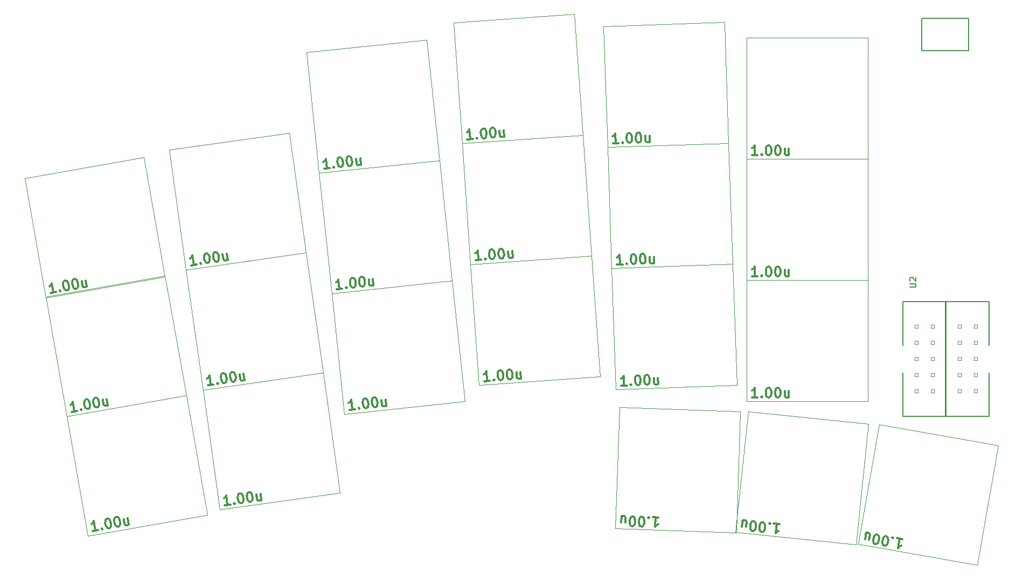
<source format=gbr>
%TF.GenerationSoftware,KiCad,Pcbnew,(6.0.0-0)*%
%TF.CreationDate,2022-01-29T19:54:47+07:00*%
%TF.ProjectId,kibod-01-mirrored,6b69626f-642d-4303-912d-6d6972726f72,rev?*%
%TF.SameCoordinates,Original*%
%TF.FileFunction,OtherDrawing,Comment*%
%FSLAX46Y46*%
G04 Gerber Fmt 4.6, Leading zero omitted, Abs format (unit mm)*
G04 Created by KiCad (PCBNEW (6.0.0-0)) date 2022-01-29 19:54:47*
%MOMM*%
%LPD*%
G01*
G04 APERTURE LIST*
%ADD10C,0.304800*%
%ADD11C,0.150000*%
%ADD12C,0.100000*%
%ADD13C,0.066040*%
%ADD14C,0.203200*%
%ADD15C,0.200000*%
G04 APERTURE END LIST*
D10*
%TO.C,K-0-0*%
X18818947Y-60066434D02*
X17961320Y-60217657D01*
X18390133Y-60142046D02*
X18125493Y-58641199D01*
X18020361Y-58880809D01*
X17902627Y-59048951D01*
X17772291Y-59145623D01*
X19436963Y-59810079D02*
X19521034Y-59868946D01*
X19462167Y-59953017D01*
X19378096Y-59894150D01*
X19436963Y-59810079D01*
X19462167Y-59953017D01*
X20198092Y-58275744D02*
X20341030Y-58250540D01*
X20496569Y-58296805D01*
X20580640Y-58355672D01*
X20677313Y-58486008D01*
X20799189Y-58759281D01*
X20862199Y-59116626D01*
X20841137Y-59415104D01*
X20794872Y-59570643D01*
X20736005Y-59654714D01*
X20605669Y-59751387D01*
X20462732Y-59776591D01*
X20307192Y-59730325D01*
X20223121Y-59671458D01*
X20126448Y-59541122D01*
X20004572Y-59267849D01*
X19941562Y-58910504D01*
X19962624Y-58612027D01*
X20008889Y-58456487D01*
X20067756Y-58372416D01*
X20198092Y-58275744D01*
X21627470Y-58023706D02*
X21770408Y-57998502D01*
X21925947Y-58044767D01*
X22010018Y-58103634D01*
X22106691Y-58233970D01*
X22228567Y-58507244D01*
X22291577Y-58864588D01*
X22270515Y-59163066D01*
X22224250Y-59318605D01*
X22165383Y-59402676D01*
X22035047Y-59499349D01*
X21892110Y-59524553D01*
X21736570Y-59478287D01*
X21652499Y-59419420D01*
X21555826Y-59289085D01*
X21433950Y-59015811D01*
X21370940Y-58658466D01*
X21392002Y-58359989D01*
X21438267Y-58204449D01*
X21497134Y-58120378D01*
X21627470Y-58023706D01*
X23502406Y-58208941D02*
X23678832Y-59209505D01*
X22859186Y-58322358D02*
X22997806Y-59108516D01*
X23094479Y-59238851D01*
X23250019Y-59285117D01*
X23464426Y-59247311D01*
X23594761Y-59150638D01*
X23653628Y-59066567D01*
%TO.C,K-0-1*%
X40911728Y-55718115D02*
X40049346Y-55839315D01*
X40480537Y-55778715D02*
X40268437Y-54269547D01*
X40155007Y-54505342D01*
X40031477Y-54669273D01*
X39897846Y-54761338D01*
X41538315Y-55483485D02*
X41620280Y-55545250D01*
X41558515Y-55627215D01*
X41476549Y-55565450D01*
X41538315Y-55483485D01*
X41558515Y-55627215D01*
X42352527Y-53976647D02*
X42496258Y-53956447D01*
X42650088Y-54008112D01*
X42732053Y-54069877D01*
X42824118Y-54203508D01*
X42936383Y-54480868D01*
X42986883Y-54840194D01*
X42955418Y-55137755D01*
X42903753Y-55291585D01*
X42841988Y-55373550D01*
X42708357Y-55465616D01*
X42564627Y-55485816D01*
X42410797Y-55434150D01*
X42328831Y-55372385D01*
X42236766Y-55238755D01*
X42124501Y-54961394D01*
X42074001Y-54602068D01*
X42105466Y-54304508D01*
X42157132Y-54150677D01*
X42218897Y-54068712D01*
X42352527Y-53976647D01*
X43789831Y-53774647D02*
X43933561Y-53754447D01*
X44087391Y-53806112D01*
X44169356Y-53867878D01*
X44261422Y-54001508D01*
X44373687Y-54278869D01*
X44424187Y-54638194D01*
X44392721Y-54935755D01*
X44341056Y-55089585D01*
X44279291Y-55171551D01*
X44145661Y-55263616D01*
X44001930Y-55283816D01*
X43848100Y-55232151D01*
X43766135Y-55170385D01*
X43674070Y-55036755D01*
X43561805Y-54759394D01*
X43511305Y-54400068D01*
X43542770Y-54102508D01*
X43594435Y-53948678D01*
X43656200Y-53866712D01*
X43789831Y-53774647D01*
X45657160Y-54025204D02*
X45798560Y-55031316D01*
X45010373Y-54116104D02*
X45121473Y-54906620D01*
X45213538Y-55040251D01*
X45367369Y-55091916D01*
X45582964Y-55061616D01*
X45716594Y-54969551D01*
X45778360Y-54887586D01*
%TO.C,K-0-2*%
X61829330Y-40573718D02*
X60963243Y-40664747D01*
X61396287Y-40619233D02*
X61236985Y-39103581D01*
X61115395Y-39335275D01*
X60986219Y-39494794D01*
X60849457Y-39582139D01*
X62463723Y-40361098D02*
X62543483Y-40425686D01*
X62478895Y-40505446D01*
X62399135Y-40440858D01*
X62463723Y-40361098D01*
X62478895Y-40505446D01*
X63330028Y-38883594D02*
X63474375Y-38868422D01*
X63626309Y-38925424D01*
X63706069Y-38990013D01*
X63793414Y-39126775D01*
X63895931Y-39407884D01*
X63933860Y-39768754D01*
X63892029Y-40065035D01*
X63835027Y-40216968D01*
X63770439Y-40296728D01*
X63633677Y-40384074D01*
X63489329Y-40399245D01*
X63337396Y-40342243D01*
X63257636Y-40277655D01*
X63170290Y-40140893D01*
X63067773Y-39859783D01*
X63029845Y-39498914D01*
X63071675Y-39202632D01*
X63128678Y-39050699D01*
X63193266Y-38970939D01*
X63330028Y-38883594D01*
X64773505Y-38731878D02*
X64917853Y-38716707D01*
X65069786Y-38773709D01*
X65149546Y-38838297D01*
X65236892Y-38975059D01*
X65339409Y-39256169D01*
X65377337Y-39617038D01*
X65335507Y-39913319D01*
X65278504Y-40065253D01*
X65213916Y-40145013D01*
X65077154Y-40232358D01*
X64932807Y-40247530D01*
X64780873Y-40190527D01*
X64701113Y-40125939D01*
X64613768Y-39989177D01*
X64511251Y-39708067D01*
X64473322Y-39347198D01*
X64515153Y-39050917D01*
X64572155Y-38898983D01*
X64636743Y-38819224D01*
X64773505Y-38731878D01*
X66630953Y-39047451D02*
X66737153Y-40057885D01*
X65981388Y-39115723D02*
X66064831Y-39909635D01*
X66152177Y-40046397D01*
X66304110Y-40103400D01*
X66520632Y-40080642D01*
X66657394Y-39993297D01*
X66721982Y-39913537D01*
%TO.C,K-0-3*%
X84334114Y-35983365D02*
X83465378Y-36044113D01*
X83899746Y-36013739D02*
X83793437Y-34493451D01*
X83663835Y-34720760D01*
X83529170Y-34875674D01*
X83389443Y-34958193D01*
X84975541Y-35793015D02*
X85052998Y-35860347D01*
X84985666Y-35937804D01*
X84908209Y-35870472D01*
X84975541Y-35793015D01*
X84985666Y-35937804D01*
X85892882Y-34346644D02*
X86037671Y-34336519D01*
X86187523Y-34398789D01*
X86264980Y-34466122D01*
X86347499Y-34605848D01*
X86440143Y-34890365D01*
X86465455Y-35252338D01*
X86413310Y-35546979D01*
X86351040Y-35696831D01*
X86283707Y-35774288D01*
X86143980Y-35856807D01*
X85999191Y-35866931D01*
X85849339Y-35804661D01*
X85771882Y-35737329D01*
X85689363Y-35597602D01*
X85596719Y-35313086D01*
X85571408Y-34951113D01*
X85623553Y-34656472D01*
X85685823Y-34506620D01*
X85753155Y-34429163D01*
X85892882Y-34346644D01*
X87340775Y-34245397D02*
X87485564Y-34235273D01*
X87635416Y-34297543D01*
X87712873Y-34364875D01*
X87795392Y-34504602D01*
X87888036Y-34789118D01*
X87913348Y-35151091D01*
X87861203Y-35445732D01*
X87798933Y-35595584D01*
X87731600Y-35673041D01*
X87591873Y-35755560D01*
X87447084Y-35765685D01*
X87297232Y-35703415D01*
X87219775Y-35636083D01*
X87137256Y-35496356D01*
X87044612Y-35211839D01*
X87019301Y-34849866D01*
X87071446Y-34555225D01*
X87133716Y-34405374D01*
X87201048Y-34327917D01*
X87340775Y-34245397D01*
X89186078Y-34625602D02*
X89256950Y-35639127D01*
X88534526Y-34671163D02*
X88590211Y-35467504D01*
X88672731Y-35607231D01*
X88822582Y-35669501D01*
X89039766Y-35654314D01*
X89179493Y-35571794D01*
X89246826Y-35494337D01*
%TO.C,K-0-4*%
X107206652Y-36644248D02*
X106336326Y-36674641D01*
X106771489Y-36659444D02*
X106718302Y-35136373D01*
X106580846Y-35359020D01*
X106440857Y-35509140D01*
X106298335Y-35586732D01*
X107854332Y-36476399D02*
X107929392Y-36546394D01*
X107859397Y-36621454D01*
X107784337Y-36551459D01*
X107854332Y-36476399D01*
X107859397Y-36621454D01*
X108821592Y-35062924D02*
X108966646Y-35057859D01*
X109114233Y-35125321D01*
X109189293Y-35195315D01*
X109266886Y-35337837D01*
X109349544Y-35625413D01*
X109362207Y-35988049D01*
X109299811Y-36280691D01*
X109232349Y-36428278D01*
X109162355Y-36503338D01*
X109019833Y-36580931D01*
X108874779Y-36585996D01*
X108727191Y-36518534D01*
X108652131Y-36448540D01*
X108574539Y-36306018D01*
X108491881Y-36018442D01*
X108479217Y-35655806D01*
X108541614Y-35363164D01*
X108609075Y-35215577D01*
X108679070Y-35140517D01*
X108821592Y-35062924D01*
X110272136Y-35012270D02*
X110417191Y-35007205D01*
X110564778Y-35074667D01*
X110639838Y-35144661D01*
X110717430Y-35287183D01*
X110800088Y-35574759D01*
X110812752Y-35937395D01*
X110750355Y-36230037D01*
X110682894Y-36377624D01*
X110612899Y-36452684D01*
X110470377Y-36530276D01*
X110325323Y-36535342D01*
X110177736Y-36467880D01*
X110102676Y-36397886D01*
X110025083Y-36255364D01*
X109942425Y-35967788D01*
X109929762Y-35605152D01*
X109992158Y-35312510D01*
X110059620Y-35164923D01*
X110129614Y-35089863D01*
X110272136Y-35012270D01*
X112103046Y-35456643D02*
X112138503Y-36472024D01*
X111450301Y-35479437D02*
X111478160Y-36277237D01*
X111555753Y-36419759D01*
X111703340Y-36487220D01*
X111920922Y-36479622D01*
X112063443Y-36402030D01*
X112133438Y-36326970D01*
%TO.C,K-0-5*%
X129066225Y-38530767D02*
X128195368Y-38530767D01*
X128630796Y-38530767D02*
X128630796Y-37006767D01*
X128485653Y-37224481D01*
X128340511Y-37369624D01*
X128195368Y-37442196D01*
X129719368Y-38385624D02*
X129791939Y-38458196D01*
X129719368Y-38530767D01*
X129646796Y-38458196D01*
X129719368Y-38385624D01*
X129719368Y-38530767D01*
X130735368Y-37006767D02*
X130880511Y-37006767D01*
X131025653Y-37079339D01*
X131098225Y-37151910D01*
X131170796Y-37297053D01*
X131243368Y-37587339D01*
X131243368Y-37950196D01*
X131170796Y-38240481D01*
X131098225Y-38385624D01*
X131025653Y-38458196D01*
X130880511Y-38530767D01*
X130735368Y-38530767D01*
X130590225Y-38458196D01*
X130517653Y-38385624D01*
X130445082Y-38240481D01*
X130372511Y-37950196D01*
X130372511Y-37587339D01*
X130445082Y-37297053D01*
X130517653Y-37151910D01*
X130590225Y-37079339D01*
X130735368Y-37006767D01*
X132186796Y-37006767D02*
X132331939Y-37006767D01*
X132477082Y-37079339D01*
X132549653Y-37151910D01*
X132622225Y-37297053D01*
X132694796Y-37587339D01*
X132694796Y-37950196D01*
X132622225Y-38240481D01*
X132549653Y-38385624D01*
X132477082Y-38458196D01*
X132331939Y-38530767D01*
X132186796Y-38530767D01*
X132041653Y-38458196D01*
X131969082Y-38385624D01*
X131896511Y-38240481D01*
X131823939Y-37950196D01*
X131823939Y-37587339D01*
X131896511Y-37297053D01*
X131969082Y-37151910D01*
X132041653Y-37079339D01*
X132186796Y-37006767D01*
X134001082Y-37514767D02*
X134001082Y-38530767D01*
X133347939Y-37514767D02*
X133347939Y-38313053D01*
X133420511Y-38458196D01*
X133565653Y-38530767D01*
X133783368Y-38530767D01*
X133928511Y-38458196D01*
X134001082Y-38385624D01*
%TO.C,K-1-0*%
X22126944Y-78715665D02*
X21269317Y-78866888D01*
X21698130Y-78791277D02*
X21433490Y-77290430D01*
X21328358Y-77530040D01*
X21210624Y-77698182D01*
X21080288Y-77794854D01*
X22744960Y-78459310D02*
X22829031Y-78518177D01*
X22770164Y-78602248D01*
X22686093Y-78543381D01*
X22744960Y-78459310D01*
X22770164Y-78602248D01*
X23506089Y-76924975D02*
X23649027Y-76899771D01*
X23804566Y-76946036D01*
X23888637Y-77004903D01*
X23985310Y-77135239D01*
X24107186Y-77408512D01*
X24170196Y-77765857D01*
X24149134Y-78064335D01*
X24102869Y-78219874D01*
X24044002Y-78303945D01*
X23913666Y-78400618D01*
X23770729Y-78425822D01*
X23615189Y-78379556D01*
X23531118Y-78320689D01*
X23434445Y-78190353D01*
X23312569Y-77917080D01*
X23249559Y-77559735D01*
X23270621Y-77261258D01*
X23316886Y-77105718D01*
X23375753Y-77021647D01*
X23506089Y-76924975D01*
X24935467Y-76672937D02*
X25078405Y-76647733D01*
X25233944Y-76693998D01*
X25318015Y-76752865D01*
X25414688Y-76883201D01*
X25536564Y-77156475D01*
X25599574Y-77513819D01*
X25578512Y-77812297D01*
X25532247Y-77967836D01*
X25473380Y-78051907D01*
X25343044Y-78148580D01*
X25200107Y-78173784D01*
X25044567Y-78127518D01*
X24960496Y-78068651D01*
X24863823Y-77938316D01*
X24741947Y-77665042D01*
X24678937Y-77307697D01*
X24699999Y-77009220D01*
X24746264Y-76853680D01*
X24805131Y-76769609D01*
X24935467Y-76672937D01*
X26810403Y-76858172D02*
X26986829Y-77858736D01*
X26167183Y-76971589D02*
X26305803Y-77757747D01*
X26402476Y-77888082D01*
X26558016Y-77934348D01*
X26772423Y-77896542D01*
X26902758Y-77799869D01*
X26961625Y-77715798D01*
%TO.C,K-1-1*%
X43562973Y-74582721D02*
X42700591Y-74703921D01*
X43131782Y-74643321D02*
X42919682Y-73134153D01*
X42806252Y-73369948D01*
X42682722Y-73533879D01*
X42549091Y-73625944D01*
X44189560Y-74348091D02*
X44271525Y-74409856D01*
X44209760Y-74491821D01*
X44127794Y-74430056D01*
X44189560Y-74348091D01*
X44209760Y-74491821D01*
X45003772Y-72841253D02*
X45147503Y-72821053D01*
X45301333Y-72872718D01*
X45383298Y-72934483D01*
X45475363Y-73068114D01*
X45587628Y-73345474D01*
X45638128Y-73704800D01*
X45606663Y-74002361D01*
X45554998Y-74156191D01*
X45493233Y-74238156D01*
X45359602Y-74330222D01*
X45215872Y-74350422D01*
X45062042Y-74298756D01*
X44980076Y-74236991D01*
X44888011Y-74103361D01*
X44775746Y-73826000D01*
X44725246Y-73466674D01*
X44756711Y-73169114D01*
X44808377Y-73015283D01*
X44870142Y-72933318D01*
X45003772Y-72841253D01*
X46441076Y-72639253D02*
X46584806Y-72619053D01*
X46738636Y-72670718D01*
X46820601Y-72732484D01*
X46912667Y-72866114D01*
X47024932Y-73143475D01*
X47075432Y-73502800D01*
X47043966Y-73800361D01*
X46992301Y-73954191D01*
X46930536Y-74036157D01*
X46796906Y-74128222D01*
X46653175Y-74148422D01*
X46499345Y-74096757D01*
X46417380Y-74034991D01*
X46325315Y-73901361D01*
X46213050Y-73624000D01*
X46162550Y-73264674D01*
X46194015Y-72967114D01*
X46245680Y-72813284D01*
X46307445Y-72731318D01*
X46441076Y-72639253D01*
X48308405Y-72889810D02*
X48449805Y-73895922D01*
X47661618Y-72980710D02*
X47772718Y-73771226D01*
X47864783Y-73904857D01*
X48018614Y-73956522D01*
X48234209Y-73926222D01*
X48367839Y-73834157D01*
X48429605Y-73752192D01*
%TO.C,K-1-2*%
X63820595Y-59519361D02*
X62954508Y-59610390D01*
X63387552Y-59564876D02*
X63228250Y-58049224D01*
X63106660Y-58280918D01*
X62977484Y-58440437D01*
X62840722Y-58527782D01*
X64454988Y-59306741D02*
X64534748Y-59371329D01*
X64470160Y-59451089D01*
X64390400Y-59386501D01*
X64454988Y-59306741D01*
X64470160Y-59451089D01*
X65321293Y-57829237D02*
X65465640Y-57814065D01*
X65617574Y-57871067D01*
X65697334Y-57935656D01*
X65784679Y-58072418D01*
X65887196Y-58353527D01*
X65925125Y-58714397D01*
X65883294Y-59010678D01*
X65826292Y-59162611D01*
X65761704Y-59242371D01*
X65624942Y-59329717D01*
X65480594Y-59344888D01*
X65328661Y-59287886D01*
X65248901Y-59223298D01*
X65161555Y-59086536D01*
X65059038Y-58805426D01*
X65021110Y-58444557D01*
X65062940Y-58148275D01*
X65119943Y-57996342D01*
X65184531Y-57916582D01*
X65321293Y-57829237D01*
X66764770Y-57677521D02*
X66909118Y-57662350D01*
X67061051Y-57719352D01*
X67140811Y-57783940D01*
X67228157Y-57920702D01*
X67330674Y-58201812D01*
X67368602Y-58562681D01*
X67326772Y-58858962D01*
X67269769Y-59010896D01*
X67205181Y-59090656D01*
X67068419Y-59178001D01*
X66924072Y-59193173D01*
X66772138Y-59136170D01*
X66692378Y-59071582D01*
X66605033Y-58934820D01*
X66502516Y-58653710D01*
X66464587Y-58292841D01*
X66506418Y-57996560D01*
X66563420Y-57844626D01*
X66628008Y-57764867D01*
X66764770Y-57677521D01*
X68622218Y-57993094D02*
X68728418Y-59003528D01*
X67972653Y-58061366D02*
X68056096Y-58855278D01*
X68143442Y-58992040D01*
X68295375Y-59049043D01*
X68511897Y-59026285D01*
X68648659Y-58938940D01*
X68713247Y-58859180D01*
%TO.C,K-1-3*%
X85662974Y-54986959D02*
X84794238Y-55047707D01*
X85228606Y-55017333D02*
X85122297Y-53497045D01*
X84992695Y-53724354D01*
X84858030Y-53879268D01*
X84718303Y-53961787D01*
X86304401Y-54796609D02*
X86381858Y-54863941D01*
X86314526Y-54941398D01*
X86237069Y-54874066D01*
X86304401Y-54796609D01*
X86314526Y-54941398D01*
X87221742Y-53350238D02*
X87366531Y-53340113D01*
X87516383Y-53402383D01*
X87593840Y-53469716D01*
X87676359Y-53609442D01*
X87769003Y-53893959D01*
X87794315Y-54255932D01*
X87742170Y-54550573D01*
X87679900Y-54700425D01*
X87612567Y-54777882D01*
X87472840Y-54860401D01*
X87328051Y-54870525D01*
X87178199Y-54808255D01*
X87100742Y-54740923D01*
X87018223Y-54601196D01*
X86925579Y-54316680D01*
X86900268Y-53954707D01*
X86952413Y-53660066D01*
X87014683Y-53510214D01*
X87082015Y-53432757D01*
X87221742Y-53350238D01*
X88669635Y-53248991D02*
X88814424Y-53238867D01*
X88964276Y-53301137D01*
X89041733Y-53368469D01*
X89124252Y-53508196D01*
X89216896Y-53792712D01*
X89242208Y-54154685D01*
X89190063Y-54449326D01*
X89127793Y-54599178D01*
X89060460Y-54676635D01*
X88920733Y-54759154D01*
X88775944Y-54769279D01*
X88626092Y-54707009D01*
X88548635Y-54639677D01*
X88466116Y-54499950D01*
X88373472Y-54215433D01*
X88348161Y-53853460D01*
X88400306Y-53558819D01*
X88462576Y-53408968D01*
X88529908Y-53331511D01*
X88669635Y-53248991D01*
X90514938Y-53629196D02*
X90585810Y-54642721D01*
X89863386Y-53674757D02*
X89919071Y-54471098D01*
X90001591Y-54610825D01*
X90151442Y-54673095D01*
X90368626Y-54657908D01*
X90508353Y-54575388D01*
X90575686Y-54497931D01*
%TO.C,K-1-4*%
X107871487Y-55682643D02*
X107001161Y-55713036D01*
X107436324Y-55697839D02*
X107383137Y-54174768D01*
X107245681Y-54397415D01*
X107105692Y-54547535D01*
X106963170Y-54625127D01*
X108519167Y-55514794D02*
X108594227Y-55584789D01*
X108524232Y-55659849D01*
X108449172Y-55589854D01*
X108519167Y-55514794D01*
X108524232Y-55659849D01*
X109486427Y-54101319D02*
X109631481Y-54096254D01*
X109779068Y-54163716D01*
X109854128Y-54233710D01*
X109931721Y-54376232D01*
X110014379Y-54663808D01*
X110027042Y-55026444D01*
X109964646Y-55319086D01*
X109897184Y-55466673D01*
X109827190Y-55541733D01*
X109684668Y-55619326D01*
X109539614Y-55624391D01*
X109392026Y-55556929D01*
X109316966Y-55486935D01*
X109239374Y-55344413D01*
X109156716Y-55056837D01*
X109144052Y-54694201D01*
X109206449Y-54401559D01*
X109273910Y-54253972D01*
X109343905Y-54178912D01*
X109486427Y-54101319D01*
X110936971Y-54050665D02*
X111082026Y-54045600D01*
X111229613Y-54113062D01*
X111304673Y-54183056D01*
X111382265Y-54325578D01*
X111464923Y-54613154D01*
X111477587Y-54975790D01*
X111415190Y-55268432D01*
X111347729Y-55416019D01*
X111277734Y-55491079D01*
X111135212Y-55568671D01*
X110990158Y-55573737D01*
X110842571Y-55506275D01*
X110767511Y-55436281D01*
X110689918Y-55293759D01*
X110607260Y-55006183D01*
X110594597Y-54643547D01*
X110656993Y-54350905D01*
X110724455Y-54203318D01*
X110794449Y-54128258D01*
X110936971Y-54050665D01*
X112767881Y-54495038D02*
X112803338Y-55510419D01*
X112115136Y-54517832D02*
X112142995Y-55315632D01*
X112220588Y-55458154D01*
X112368175Y-55525615D01*
X112585757Y-55518017D01*
X112728278Y-55440425D01*
X112798273Y-55365365D01*
%TO.C,K-1-5*%
X129066225Y-57580767D02*
X128195368Y-57580767D01*
X128630796Y-57580767D02*
X128630796Y-56056767D01*
X128485653Y-56274481D01*
X128340511Y-56419624D01*
X128195368Y-56492196D01*
X129719368Y-57435624D02*
X129791939Y-57508196D01*
X129719368Y-57580767D01*
X129646796Y-57508196D01*
X129719368Y-57435624D01*
X129719368Y-57580767D01*
X130735368Y-56056767D02*
X130880511Y-56056767D01*
X131025653Y-56129339D01*
X131098225Y-56201910D01*
X131170796Y-56347053D01*
X131243368Y-56637339D01*
X131243368Y-57000196D01*
X131170796Y-57290481D01*
X131098225Y-57435624D01*
X131025653Y-57508196D01*
X130880511Y-57580767D01*
X130735368Y-57580767D01*
X130590225Y-57508196D01*
X130517653Y-57435624D01*
X130445082Y-57290481D01*
X130372511Y-57000196D01*
X130372511Y-56637339D01*
X130445082Y-56347053D01*
X130517653Y-56201910D01*
X130590225Y-56129339D01*
X130735368Y-56056767D01*
X132186796Y-56056767D02*
X132331939Y-56056767D01*
X132477082Y-56129339D01*
X132549653Y-56201910D01*
X132622225Y-56347053D01*
X132694796Y-56637339D01*
X132694796Y-57000196D01*
X132622225Y-57290481D01*
X132549653Y-57435624D01*
X132477082Y-57508196D01*
X132331939Y-57580767D01*
X132186796Y-57580767D01*
X132041653Y-57508196D01*
X131969082Y-57435624D01*
X131896511Y-57290481D01*
X131823939Y-57000196D01*
X131823939Y-56637339D01*
X131896511Y-56347053D01*
X131969082Y-56201910D01*
X132041653Y-56129339D01*
X132186796Y-56056767D01*
X134001082Y-56564767D02*
X134001082Y-57580767D01*
X133347939Y-56564767D02*
X133347939Y-57363053D01*
X133420511Y-57508196D01*
X133565653Y-57580767D01*
X133783368Y-57580767D01*
X133928511Y-57508196D01*
X134001082Y-57435624D01*
%TO.C,K-2-0*%
X25434942Y-97476253D02*
X24577315Y-97627476D01*
X25006128Y-97551865D02*
X24741488Y-96051018D01*
X24636356Y-96290628D01*
X24518622Y-96458770D01*
X24388286Y-96555442D01*
X26052958Y-97219898D02*
X26137029Y-97278765D01*
X26078162Y-97362836D01*
X25994091Y-97303969D01*
X26052958Y-97219898D01*
X26078162Y-97362836D01*
X26814087Y-95685563D02*
X26957025Y-95660359D01*
X27112564Y-95706624D01*
X27196635Y-95765491D01*
X27293308Y-95895827D01*
X27415184Y-96169100D01*
X27478194Y-96526445D01*
X27457132Y-96824923D01*
X27410867Y-96980462D01*
X27352000Y-97064533D01*
X27221664Y-97161206D01*
X27078727Y-97186410D01*
X26923187Y-97140144D01*
X26839116Y-97081277D01*
X26742443Y-96950941D01*
X26620567Y-96677668D01*
X26557557Y-96320323D01*
X26578619Y-96021846D01*
X26624884Y-95866306D01*
X26683751Y-95782235D01*
X26814087Y-95685563D01*
X28243465Y-95433525D02*
X28386403Y-95408321D01*
X28541942Y-95454586D01*
X28626013Y-95513453D01*
X28722686Y-95643789D01*
X28844562Y-95917063D01*
X28907572Y-96274407D01*
X28886510Y-96572885D01*
X28840245Y-96728424D01*
X28781378Y-96812495D01*
X28651042Y-96909168D01*
X28508105Y-96934372D01*
X28352565Y-96888106D01*
X28268494Y-96829239D01*
X28171821Y-96698904D01*
X28049945Y-96425630D01*
X27986935Y-96068285D01*
X28007997Y-95769808D01*
X28054262Y-95614268D01*
X28113129Y-95530197D01*
X28243465Y-95433525D01*
X30118401Y-95618760D02*
X30294827Y-96619324D01*
X29475181Y-95732177D02*
X29613801Y-96518335D01*
X29710474Y-96648670D01*
X29866014Y-96694936D01*
X30080421Y-96657130D01*
X30210756Y-96560457D01*
X30269623Y-96476386D01*
%TO.C,K-2-1*%
X46214223Y-93447328D02*
X45351841Y-93568528D01*
X45783032Y-93507928D02*
X45570932Y-91998760D01*
X45457502Y-92234555D01*
X45333972Y-92398486D01*
X45200341Y-92490551D01*
X46840810Y-93212698D02*
X46922775Y-93274463D01*
X46861010Y-93356428D01*
X46779044Y-93294663D01*
X46840810Y-93212698D01*
X46861010Y-93356428D01*
X47655022Y-91705860D02*
X47798753Y-91685660D01*
X47952583Y-91737325D01*
X48034548Y-91799090D01*
X48126613Y-91932721D01*
X48238878Y-92210081D01*
X48289378Y-92569407D01*
X48257913Y-92866968D01*
X48206248Y-93020798D01*
X48144483Y-93102763D01*
X48010852Y-93194829D01*
X47867122Y-93215029D01*
X47713292Y-93163363D01*
X47631326Y-93101598D01*
X47539261Y-92967968D01*
X47426996Y-92690607D01*
X47376496Y-92331281D01*
X47407961Y-92033721D01*
X47459627Y-91879890D01*
X47521392Y-91797925D01*
X47655022Y-91705860D01*
X49092326Y-91503860D02*
X49236056Y-91483660D01*
X49389886Y-91535325D01*
X49471851Y-91597091D01*
X49563917Y-91730721D01*
X49676182Y-92008082D01*
X49726682Y-92367407D01*
X49695216Y-92664968D01*
X49643551Y-92818798D01*
X49581786Y-92900764D01*
X49448156Y-92992829D01*
X49304425Y-93013029D01*
X49150595Y-92961364D01*
X49068630Y-92899598D01*
X48976565Y-92765968D01*
X48864300Y-92488607D01*
X48813800Y-92129281D01*
X48845265Y-91831721D01*
X48896930Y-91677891D01*
X48958695Y-91595925D01*
X49092326Y-91503860D01*
X50959655Y-91754417D02*
X51101055Y-92760529D01*
X50312868Y-91845317D02*
X50423968Y-92635833D01*
X50516033Y-92769464D01*
X50669864Y-92821129D01*
X50885459Y-92790829D01*
X51019089Y-92698764D01*
X51080855Y-92616799D01*
%TO.C,K-2-2*%
X65811863Y-78465001D02*
X64945776Y-78556030D01*
X65378820Y-78510516D02*
X65219518Y-76994864D01*
X65097928Y-77226558D01*
X64968752Y-77386077D01*
X64831990Y-77473422D01*
X66446256Y-78252381D02*
X66526016Y-78316969D01*
X66461428Y-78396729D01*
X66381668Y-78332141D01*
X66446256Y-78252381D01*
X66461428Y-78396729D01*
X67312561Y-76774877D02*
X67456908Y-76759705D01*
X67608842Y-76816707D01*
X67688602Y-76881296D01*
X67775947Y-77018058D01*
X67878464Y-77299167D01*
X67916393Y-77660037D01*
X67874562Y-77956318D01*
X67817560Y-78108251D01*
X67752972Y-78188011D01*
X67616210Y-78275357D01*
X67471862Y-78290528D01*
X67319929Y-78233526D01*
X67240169Y-78168938D01*
X67152823Y-78032176D01*
X67050306Y-77751066D01*
X67012378Y-77390197D01*
X67054208Y-77093915D01*
X67111211Y-76941982D01*
X67175799Y-76862222D01*
X67312561Y-76774877D01*
X68756038Y-76623161D02*
X68900386Y-76607990D01*
X69052319Y-76664992D01*
X69132079Y-76729580D01*
X69219425Y-76866342D01*
X69321942Y-77147452D01*
X69359870Y-77508321D01*
X69318040Y-77804602D01*
X69261037Y-77956536D01*
X69196449Y-78036296D01*
X69059687Y-78123641D01*
X68915340Y-78138813D01*
X68763406Y-78081810D01*
X68683646Y-78017222D01*
X68596301Y-77880460D01*
X68493784Y-77599350D01*
X68455855Y-77238481D01*
X68497686Y-76942200D01*
X68554688Y-76790266D01*
X68619276Y-76710507D01*
X68756038Y-76623161D01*
X70613486Y-76938734D02*
X70719686Y-77949168D01*
X69963921Y-77007006D02*
X70047364Y-77800918D01*
X70134710Y-77937680D01*
X70286643Y-77994683D01*
X70503165Y-77971925D01*
X70639927Y-77884580D01*
X70704515Y-77804820D01*
%TO.C,K-2-3*%
X86991835Y-73990555D02*
X86123099Y-74051303D01*
X86557467Y-74020929D02*
X86451158Y-72500641D01*
X86321556Y-72727950D01*
X86186891Y-72882864D01*
X86047164Y-72965383D01*
X87633262Y-73800205D02*
X87710719Y-73867537D01*
X87643387Y-73944994D01*
X87565930Y-73877662D01*
X87633262Y-73800205D01*
X87643387Y-73944994D01*
X88550603Y-72353834D02*
X88695392Y-72343709D01*
X88845244Y-72405979D01*
X88922701Y-72473312D01*
X89005220Y-72613038D01*
X89097864Y-72897555D01*
X89123176Y-73259528D01*
X89071031Y-73554169D01*
X89008761Y-73704021D01*
X88941428Y-73781478D01*
X88801701Y-73863997D01*
X88656912Y-73874121D01*
X88507060Y-73811851D01*
X88429603Y-73744519D01*
X88347084Y-73604792D01*
X88254440Y-73320276D01*
X88229129Y-72958303D01*
X88281274Y-72663662D01*
X88343544Y-72513810D01*
X88410876Y-72436353D01*
X88550603Y-72353834D01*
X89998496Y-72252587D02*
X90143285Y-72242463D01*
X90293137Y-72304733D01*
X90370594Y-72372065D01*
X90453113Y-72511792D01*
X90545757Y-72796308D01*
X90571069Y-73158281D01*
X90518924Y-73452922D01*
X90456654Y-73602774D01*
X90389321Y-73680231D01*
X90249594Y-73762750D01*
X90104805Y-73772875D01*
X89954953Y-73710605D01*
X89877496Y-73643273D01*
X89794977Y-73503546D01*
X89702333Y-73219029D01*
X89677022Y-72857056D01*
X89729167Y-72562415D01*
X89791437Y-72412564D01*
X89858769Y-72335107D01*
X89998496Y-72252587D01*
X91843799Y-72632792D02*
X91914671Y-73646317D01*
X91192247Y-72678353D02*
X91247932Y-73474694D01*
X91330452Y-73614421D01*
X91480303Y-73676691D01*
X91697487Y-73661504D01*
X91837214Y-73578984D01*
X91904547Y-73501527D01*
%TO.C,K-2-4*%
X108536322Y-74721038D02*
X107665996Y-74751431D01*
X108101159Y-74736234D02*
X108047972Y-73213163D01*
X107910516Y-73435810D01*
X107770527Y-73585930D01*
X107628005Y-73663522D01*
X109184002Y-74553189D02*
X109259062Y-74623184D01*
X109189067Y-74698244D01*
X109114007Y-74628249D01*
X109184002Y-74553189D01*
X109189067Y-74698244D01*
X110151262Y-73139714D02*
X110296316Y-73134649D01*
X110443903Y-73202111D01*
X110518963Y-73272105D01*
X110596556Y-73414627D01*
X110679214Y-73702203D01*
X110691877Y-74064839D01*
X110629481Y-74357481D01*
X110562019Y-74505068D01*
X110492025Y-74580128D01*
X110349503Y-74657721D01*
X110204449Y-74662786D01*
X110056861Y-74595324D01*
X109981801Y-74525330D01*
X109904209Y-74382808D01*
X109821551Y-74095232D01*
X109808887Y-73732596D01*
X109871284Y-73439954D01*
X109938745Y-73292367D01*
X110008740Y-73217307D01*
X110151262Y-73139714D01*
X111601806Y-73089060D02*
X111746861Y-73083995D01*
X111894448Y-73151457D01*
X111969508Y-73221451D01*
X112047100Y-73363973D01*
X112129758Y-73651549D01*
X112142422Y-74014185D01*
X112080025Y-74306827D01*
X112012564Y-74454414D01*
X111942569Y-74529474D01*
X111800047Y-74607066D01*
X111654993Y-74612132D01*
X111507406Y-74544670D01*
X111432346Y-74474676D01*
X111354753Y-74332154D01*
X111272095Y-74044578D01*
X111259432Y-73681942D01*
X111321828Y-73389300D01*
X111389290Y-73241713D01*
X111459284Y-73166653D01*
X111601806Y-73089060D01*
X113432716Y-73533433D02*
X113468173Y-74548814D01*
X112779971Y-73556227D02*
X112807830Y-74354027D01*
X112885423Y-74496549D01*
X113033010Y-74564010D01*
X113250592Y-74556412D01*
X113393113Y-74478820D01*
X113463108Y-74403760D01*
%TO.C,K-2-5*%
X129066225Y-76630767D02*
X128195368Y-76630767D01*
X128630796Y-76630767D02*
X128630796Y-75106767D01*
X128485653Y-75324481D01*
X128340511Y-75469624D01*
X128195368Y-75542196D01*
X129719368Y-76485624D02*
X129791939Y-76558196D01*
X129719368Y-76630767D01*
X129646796Y-76558196D01*
X129719368Y-76485624D01*
X129719368Y-76630767D01*
X130735368Y-75106767D02*
X130880511Y-75106767D01*
X131025653Y-75179339D01*
X131098225Y-75251910D01*
X131170796Y-75397053D01*
X131243368Y-75687339D01*
X131243368Y-76050196D01*
X131170796Y-76340481D01*
X131098225Y-76485624D01*
X131025653Y-76558196D01*
X130880511Y-76630767D01*
X130735368Y-76630767D01*
X130590225Y-76558196D01*
X130517653Y-76485624D01*
X130445082Y-76340481D01*
X130372511Y-76050196D01*
X130372511Y-75687339D01*
X130445082Y-75397053D01*
X130517653Y-75251910D01*
X130590225Y-75179339D01*
X130735368Y-75106767D01*
X132186796Y-75106767D02*
X132331939Y-75106767D01*
X132477082Y-75179339D01*
X132549653Y-75251910D01*
X132622225Y-75397053D01*
X132694796Y-75687339D01*
X132694796Y-76050196D01*
X132622225Y-76340481D01*
X132549653Y-76485624D01*
X132477082Y-76558196D01*
X132331939Y-76630767D01*
X132186796Y-76630767D01*
X132041653Y-76558196D01*
X131969082Y-76485624D01*
X131896511Y-76340481D01*
X131823939Y-76050196D01*
X131823939Y-75687339D01*
X131896511Y-75397053D01*
X131969082Y-75251910D01*
X132041653Y-75179339D01*
X132186796Y-75106767D01*
X134001082Y-75614767D02*
X134001082Y-76630767D01*
X133347939Y-75614767D02*
X133347939Y-76413053D01*
X133420511Y-76558196D01*
X133565653Y-76630767D01*
X133783368Y-76630767D01*
X133928511Y-76558196D01*
X134001082Y-76485624D01*
%TO.C,K-3-3*%
X112621756Y-95440033D02*
X113492083Y-95470426D01*
X113056919Y-95455229D02*
X113003732Y-96978301D01*
X113156385Y-96765785D01*
X113306505Y-96625796D01*
X113454092Y-96558334D01*
X111963946Y-95562293D02*
X111893951Y-95487233D01*
X111969011Y-95417239D01*
X112039006Y-95492299D01*
X111963946Y-95562293D01*
X111969011Y-95417239D01*
X110900443Y-96904852D02*
X110755389Y-96899787D01*
X110612867Y-96822194D01*
X110542872Y-96747134D01*
X110475411Y-96599547D01*
X110413014Y-96306906D01*
X110425678Y-95944270D01*
X110508336Y-95656693D01*
X110585928Y-95514172D01*
X110660988Y-95444177D01*
X110808575Y-95376715D01*
X110953630Y-95381781D01*
X111096152Y-95459373D01*
X111166146Y-95534433D01*
X111233608Y-95682021D01*
X111296004Y-95974662D01*
X111283341Y-96337298D01*
X111200683Y-96624874D01*
X111123090Y-96767396D01*
X111048030Y-96837391D01*
X110900443Y-96904852D01*
X109449899Y-96854198D02*
X109304844Y-96849133D01*
X109162323Y-96771540D01*
X109092328Y-96696480D01*
X109024866Y-96548893D01*
X108962470Y-96256252D01*
X108975133Y-95893615D01*
X109057791Y-95606039D01*
X109135384Y-95463518D01*
X109210444Y-95393523D01*
X109358031Y-95326061D01*
X109503086Y-95331127D01*
X109645607Y-95408719D01*
X109715602Y-95483779D01*
X109783064Y-95631366D01*
X109845460Y-95924008D01*
X109832796Y-96286644D01*
X109750138Y-96574220D01*
X109672546Y-96716742D01*
X109597486Y-96786736D01*
X109449899Y-96854198D01*
X107654447Y-96283190D02*
X107689905Y-95267809D01*
X108307192Y-96305984D02*
X108335052Y-95508185D01*
X108267590Y-95360598D01*
X108125068Y-95283005D01*
X107907487Y-95275407D01*
X107759900Y-95342869D01*
X107684840Y-95412863D01*
%TO.C,K-3-4*%
X131639239Y-96419279D02*
X132505325Y-96510309D01*
X132072282Y-96464794D02*
X131912981Y-97980445D01*
X132080086Y-97779095D01*
X132239605Y-97649919D01*
X132391539Y-97592917D01*
X130974502Y-96495355D02*
X130909914Y-96415595D01*
X130989674Y-96351007D01*
X131054262Y-96430767D01*
X130974502Y-96495355D01*
X130989674Y-96351007D01*
X129819938Y-97760458D02*
X129675591Y-97745286D01*
X129538829Y-97657941D01*
X129474241Y-97578181D01*
X129417238Y-97426248D01*
X129375407Y-97129966D01*
X129413336Y-96769097D01*
X129515853Y-96487987D01*
X129603199Y-96351225D01*
X129682958Y-96286637D01*
X129834892Y-96229635D01*
X129979240Y-96244806D01*
X130116002Y-96332152D01*
X130180590Y-96411912D01*
X130237592Y-96563845D01*
X130279423Y-96860126D01*
X130241494Y-97220996D01*
X130138977Y-97502105D01*
X130051632Y-97638867D01*
X129971872Y-97703456D01*
X129819938Y-97760458D01*
X128376461Y-97608742D02*
X128232113Y-97593571D01*
X128095351Y-97506225D01*
X128030763Y-97426466D01*
X127973761Y-97274532D01*
X127931930Y-96978251D01*
X127969859Y-96617381D01*
X128072376Y-96336272D01*
X128159721Y-96199510D01*
X128239481Y-96134922D01*
X128391414Y-96077919D01*
X128535762Y-96093091D01*
X128672524Y-96180436D01*
X128737112Y-96260196D01*
X128794115Y-96412130D01*
X128835945Y-96708411D01*
X128798016Y-97069280D01*
X128695499Y-97350390D01*
X128608154Y-97487152D01*
X128528394Y-97551740D01*
X128376461Y-97608742D01*
X126625214Y-96913881D02*
X126731415Y-95903446D01*
X127274779Y-96982153D02*
X127358223Y-96188240D01*
X127301221Y-96036306D01*
X127164459Y-95948961D01*
X126947937Y-95926204D01*
X126796003Y-95983206D01*
X126716244Y-96047794D01*
%TO.C,K-3-5*%
X150994450Y-98721130D02*
X151852077Y-98872353D01*
X151423264Y-98796741D02*
X151158624Y-100297588D01*
X151339367Y-100108385D01*
X151507509Y-99990651D01*
X151663049Y-99944386D01*
X150326026Y-98750651D02*
X150267159Y-98666580D01*
X150351230Y-98607713D01*
X150410097Y-98691784D01*
X150326026Y-98750651D01*
X150351230Y-98607713D01*
X149086026Y-99932133D02*
X148943088Y-99906930D01*
X148812752Y-99810257D01*
X148753885Y-99726186D01*
X148707620Y-99570646D01*
X148686559Y-99272169D01*
X148749568Y-98914824D01*
X148871444Y-98641551D01*
X148968117Y-98511215D01*
X149052188Y-98452348D01*
X149207728Y-98406083D01*
X149350665Y-98431286D01*
X149481001Y-98527959D01*
X149539868Y-98612030D01*
X149586134Y-98767570D01*
X149607195Y-99066047D01*
X149544185Y-99423392D01*
X149422309Y-99696665D01*
X149325636Y-99827001D01*
X149241565Y-99885868D01*
X149086026Y-99932133D01*
X147656648Y-99680095D02*
X147513710Y-99654892D01*
X147383374Y-99558219D01*
X147324507Y-99474148D01*
X147278242Y-99318608D01*
X147257180Y-99020131D01*
X147320190Y-98662786D01*
X147442066Y-98389513D01*
X147538739Y-98259177D01*
X147622810Y-98200310D01*
X147778350Y-98154045D01*
X147921287Y-98179248D01*
X148051623Y-98275921D01*
X148110490Y-98359992D01*
X148156755Y-98515532D01*
X148177817Y-98814009D01*
X148114807Y-99171354D01*
X147992931Y-99444627D01*
X147896258Y-99574963D01*
X147812187Y-99633830D01*
X147656648Y-99680095D01*
X145958138Y-98864766D02*
X146134565Y-97864201D01*
X146601358Y-98978183D02*
X146739979Y-98192025D01*
X146693714Y-98036485D01*
X146563378Y-97939812D01*
X146348971Y-97902007D01*
X146193432Y-97948272D01*
X146109361Y-98007139D01*
D11*
%TO.C,U2*%
X152977491Y-59304243D02*
X153787015Y-59304243D01*
X153882253Y-59256624D01*
X153929872Y-59209005D01*
X153977491Y-59113767D01*
X153977491Y-58923291D01*
X153929872Y-58828053D01*
X153882253Y-58780434D01*
X153787015Y-58732815D01*
X152977491Y-58732815D01*
X153072730Y-58304243D02*
X153025111Y-58256624D01*
X152977491Y-58161386D01*
X152977491Y-57923291D01*
X153025111Y-57828053D01*
X153072730Y-57780434D01*
X153167968Y-57732815D01*
X153263206Y-57732815D01*
X153406063Y-57780434D01*
X153977491Y-58351862D01*
X153977491Y-57732815D01*
D12*
%TO.C,K-0-0*%
X32657099Y-38872046D02*
X35965097Y-57632634D01*
X13896511Y-42180044D02*
X32657099Y-38872046D01*
X35965097Y-57632634D02*
X17204509Y-60940632D01*
X17204509Y-60940632D02*
X13896511Y-42180044D01*
%TO.C,K-0-1*%
X36616517Y-37670830D02*
X55481124Y-35019583D01*
X55481124Y-35019583D02*
X58132371Y-53884190D01*
X58132371Y-53884190D02*
X39267764Y-56535437D01*
X39267764Y-56535437D02*
X36616517Y-37670830D01*
%TO.C,K-0-2*%
X58166576Y-22387527D02*
X77112218Y-20396259D01*
X79103486Y-39341901D02*
X60157844Y-41333169D01*
X60157844Y-41333169D02*
X58166576Y-22387527D01*
X77112218Y-20396259D02*
X79103486Y-39341901D01*
%TO.C,K-0-3*%
X82637142Y-36684019D02*
X81308281Y-17680424D01*
X100311876Y-16351563D02*
X101640737Y-35355158D01*
X81308281Y-17680424D02*
X100311876Y-16351563D01*
X101640737Y-35355158D02*
X82637142Y-36684019D01*
%TO.C,K-0-4*%
X123859821Y-17582021D02*
X124524656Y-36620416D01*
X124524656Y-36620416D02*
X105486261Y-37285251D01*
X105486261Y-37285251D02*
X104821426Y-18246856D01*
X104821426Y-18246856D02*
X123859821Y-17582021D01*
%TO.C,K-0-5*%
X146374511Y-39111339D02*
X127324511Y-39111339D01*
X127324511Y-39111339D02*
X127324511Y-20061339D01*
X127324511Y-20061339D02*
X146374511Y-20061339D01*
X146374511Y-20061339D02*
X146374511Y-39111339D01*
%TO.C,K-1-0*%
X17204508Y-60829275D02*
X35965096Y-57521277D01*
X35965096Y-57521277D02*
X39273094Y-76281865D01*
X39273094Y-76281865D02*
X20512506Y-79589863D01*
X20512506Y-79589863D02*
X17204508Y-60829275D01*
%TO.C,K-1-1*%
X60783616Y-72748796D02*
X41919009Y-75400043D01*
X58132369Y-53884189D02*
X60783616Y-72748796D01*
X41919009Y-75400043D02*
X39267762Y-56535436D01*
X39267762Y-56535436D02*
X58132369Y-53884189D01*
%TO.C,K-1-2*%
X81094751Y-58287544D02*
X62149109Y-60278812D01*
X60157841Y-41333170D02*
X79103483Y-39341902D01*
X62149109Y-60278812D02*
X60157841Y-41333170D01*
X79103483Y-39341902D02*
X81094751Y-58287544D01*
%TO.C,K-1-3*%
X83966002Y-55687613D02*
X82637141Y-36684018D01*
X102969597Y-54358752D02*
X83966002Y-55687613D01*
X82637141Y-36684018D02*
X101640736Y-35355157D01*
X101640736Y-35355157D02*
X102969597Y-54358752D01*
%TO.C,K-1-4*%
X125189491Y-55658811D02*
X106151096Y-56323646D01*
X105486261Y-37285251D02*
X124524656Y-36620416D01*
X124524656Y-36620416D02*
X125189491Y-55658811D01*
X106151096Y-56323646D02*
X105486261Y-37285251D01*
%TO.C,K-1-5*%
X127324511Y-39111339D02*
X146374511Y-39111339D01*
X127324511Y-58161339D02*
X127324511Y-39111339D01*
X146374511Y-58161339D02*
X127324511Y-58161339D01*
X146374511Y-39111339D02*
X146374511Y-58161339D01*
%TO.C,K-2-0*%
X39273094Y-76281865D02*
X42581092Y-95042453D01*
X20512506Y-79589863D02*
X39273094Y-76281865D01*
X23820504Y-98350451D02*
X20512506Y-79589863D01*
X42581092Y-95042453D02*
X23820504Y-98350451D01*
%TO.C,K-2-1*%
X63434866Y-91613403D02*
X44570259Y-94264650D01*
X41919012Y-75400043D02*
X60783619Y-72748796D01*
X60783619Y-72748796D02*
X63434866Y-91613403D01*
X44570259Y-94264650D02*
X41919012Y-75400043D01*
%TO.C,K-2-2*%
X62149109Y-60278810D02*
X81094751Y-58287542D01*
X64140377Y-79224452D02*
X62149109Y-60278810D01*
X81094751Y-58287542D02*
X83086019Y-77233184D01*
X83086019Y-77233184D02*
X64140377Y-79224452D01*
%TO.C,K-2-3*%
X83966002Y-55687614D02*
X102969597Y-54358753D01*
X102969597Y-54358753D02*
X104298458Y-73362348D01*
X104298458Y-73362348D02*
X85294863Y-74691209D01*
X85294863Y-74691209D02*
X83966002Y-55687614D01*
%TO.C,K-2-4*%
X125189491Y-55658811D02*
X125854326Y-74697206D01*
X106151096Y-56323646D02*
X125189491Y-55658811D01*
X106815931Y-75362041D02*
X106151096Y-56323646D01*
X125854326Y-74697206D02*
X106815931Y-75362041D01*
%TO.C,K-2-5*%
X146374511Y-77211339D02*
X127324511Y-77211339D01*
X127324511Y-77211339D02*
X127324511Y-58161339D01*
X127324511Y-58161339D02*
X146374511Y-58161339D01*
X146374511Y-58161339D02*
X146374511Y-77211339D01*
%TO.C,K-3-3*%
X125717064Y-97857954D02*
X106678669Y-97193119D01*
X126381899Y-78819559D02*
X125717064Y-97857954D01*
X107343504Y-78154724D02*
X126381899Y-78819559D01*
X106678669Y-97193119D02*
X107343504Y-78154724D01*
%TO.C,K-3-4*%
X146525249Y-80799152D02*
X144533981Y-99744794D01*
X125588339Y-97753526D02*
X127579607Y-78807884D01*
X144533981Y-99744794D02*
X125588339Y-97753526D01*
X127579607Y-78807884D02*
X146525249Y-80799152D01*
%TO.C,K-3-5*%
X148173216Y-80869449D02*
X166933804Y-84177447D01*
X166933804Y-84177447D02*
X163625806Y-102938035D01*
X163625806Y-102938035D02*
X144865218Y-99630037D01*
X144865218Y-99630037D02*
X148173216Y-80869449D01*
D13*
%TO.C,J1*%
X153765911Y-70822570D02*
X154273911Y-70822570D01*
X156813911Y-68282570D02*
X156813911Y-67774570D01*
X156813911Y-73362570D02*
X156813911Y-72854570D01*
X153765911Y-75394570D02*
X154273911Y-75394570D01*
X156305911Y-72854570D02*
X156813911Y-72854570D01*
X153765911Y-73362570D02*
X153765911Y-72854570D01*
X156305911Y-65234570D02*
X156813911Y-65234570D01*
X154273911Y-70822570D02*
X154273911Y-70314570D01*
X156305911Y-65742570D02*
X156813911Y-65742570D01*
X154273911Y-73362570D02*
X154273911Y-72854570D01*
X153765911Y-68282570D02*
X154273911Y-68282570D01*
X156813911Y-75902570D02*
X156813911Y-75394570D01*
X156813911Y-65742570D02*
X156813911Y-65234570D01*
X153765911Y-72854570D02*
X154273911Y-72854570D01*
D14*
X151891391Y-79567790D02*
X151891391Y-72768210D01*
D13*
X153765911Y-65742570D02*
X153765911Y-65234570D01*
X156813911Y-73362570D02*
X156813911Y-72854570D01*
X156305911Y-73362570D02*
X156813911Y-73362570D01*
D14*
X158688431Y-61569350D02*
X158688431Y-79567790D01*
D13*
X156305911Y-73362570D02*
X156305911Y-72854570D01*
X154273911Y-68282570D02*
X154273911Y-67774570D01*
X153765911Y-68282570D02*
X153765911Y-67774570D01*
X156305911Y-75394570D02*
X156813911Y-75394570D01*
X154273911Y-65742570D02*
X154273911Y-65234570D01*
X153765911Y-72854570D02*
X154273911Y-72854570D01*
X156305911Y-65742570D02*
X156305911Y-65234570D01*
X153765911Y-65234570D02*
X154273911Y-65234570D01*
X156305911Y-73362570D02*
X156305911Y-72854570D01*
X153765911Y-73362570D02*
X154273911Y-73362570D01*
X156305911Y-72854570D02*
X156813911Y-72854570D01*
X154273911Y-75902570D02*
X154273911Y-75394570D01*
X153765911Y-73362570D02*
X153765911Y-72854570D01*
X153765911Y-65742570D02*
X154273911Y-65742570D01*
X156305911Y-68282570D02*
X156305911Y-67774570D01*
X153765911Y-75902570D02*
X153765911Y-75394570D01*
D14*
X151891391Y-79567790D02*
X158688431Y-79567790D01*
D13*
X153765911Y-73362570D02*
X154273911Y-73362570D01*
X156305911Y-70314570D02*
X156813911Y-70314570D01*
X156305911Y-70822570D02*
X156813911Y-70822570D01*
D14*
X151891391Y-61569350D02*
X158688431Y-61569350D01*
D13*
X156305911Y-75902570D02*
X156813911Y-75902570D01*
X153765911Y-67774570D02*
X154273911Y-67774570D01*
X156305911Y-67774570D02*
X156813911Y-67774570D01*
X154273911Y-73362570D02*
X154273911Y-72854570D01*
X156305911Y-75902570D02*
X156305911Y-75394570D01*
X156813911Y-70822570D02*
X156813911Y-70314570D01*
X156305911Y-73362570D02*
X156813911Y-73362570D01*
X156305911Y-68282570D02*
X156813911Y-68282570D01*
X153765911Y-70822570D02*
X153765911Y-70314570D01*
X153765911Y-75902570D02*
X154273911Y-75902570D01*
D14*
X151891391Y-61569350D02*
X151891391Y-68368930D01*
D13*
X156305911Y-70822570D02*
X156305911Y-70314570D01*
X153765911Y-70314570D02*
X154273911Y-70314570D01*
D15*
%TO.C,U1*%
X162249511Y-22132339D02*
X162249511Y-17052339D01*
X154883511Y-17052339D02*
X154883511Y-22132339D01*
X154883511Y-22132339D02*
X162249511Y-22132339D01*
X162249511Y-17052339D02*
X154883511Y-17052339D01*
D13*
%TO.C,J2*%
X163570311Y-65234570D02*
X163062311Y-65234570D01*
X161030311Y-75902570D02*
X161030311Y-75394570D01*
X161030311Y-68282570D02*
X161030311Y-67774570D01*
X163570311Y-65742570D02*
X163062311Y-65742570D01*
X161030311Y-65234570D02*
X160522311Y-65234570D01*
X160522311Y-70822570D02*
X160522311Y-70314570D01*
X160522311Y-68282570D02*
X160522311Y-67774570D01*
X161030311Y-65742570D02*
X161030311Y-65234570D01*
X161030311Y-73362570D02*
X161030311Y-72854570D01*
X161030311Y-73362570D02*
X160522311Y-73362570D01*
X163570311Y-67774570D02*
X163062311Y-67774570D01*
X163570311Y-75902570D02*
X163570311Y-75394570D01*
X163570311Y-72854570D02*
X163062311Y-72854570D01*
D14*
X165444831Y-61569350D02*
X158647791Y-61569350D01*
X165444831Y-79567790D02*
X158647791Y-79567790D01*
D13*
X163570311Y-75902570D02*
X163062311Y-75902570D01*
X161030311Y-72854570D02*
X160522311Y-72854570D01*
D14*
X165444831Y-79567790D02*
X165444831Y-72768210D01*
D13*
X163570311Y-70822570D02*
X163570311Y-70314570D01*
X161030311Y-72854570D02*
X160522311Y-72854570D01*
X161030311Y-68282570D02*
X160522311Y-68282570D01*
X163570311Y-72854570D02*
X163062311Y-72854570D01*
X161030311Y-70822570D02*
X161030311Y-70314570D01*
X161030311Y-75394570D02*
X160522311Y-75394570D01*
X160522311Y-75902570D02*
X160522311Y-75394570D01*
X161030311Y-73362570D02*
X161030311Y-72854570D01*
X163570311Y-73362570D02*
X163062311Y-73362570D01*
X161030311Y-70314570D02*
X160522311Y-70314570D01*
X163570311Y-65742570D02*
X163570311Y-65234570D01*
X161030311Y-70822570D02*
X160522311Y-70822570D01*
X163570311Y-70822570D02*
X163062311Y-70822570D01*
X163570311Y-68282570D02*
X163570311Y-67774570D01*
X161030311Y-67774570D02*
X160522311Y-67774570D01*
X163570311Y-68282570D02*
X163062311Y-68282570D01*
X163062311Y-68282570D02*
X163062311Y-67774570D01*
D14*
X158647791Y-61569350D02*
X158647791Y-79567790D01*
D13*
X160522311Y-73362570D02*
X160522311Y-72854570D01*
X161030311Y-65742570D02*
X160522311Y-65742570D01*
X163570311Y-73362570D02*
X163062311Y-73362570D01*
X163570311Y-75394570D02*
X163062311Y-75394570D01*
X163062311Y-70822570D02*
X163062311Y-70314570D01*
X161030311Y-73362570D02*
X160522311Y-73362570D01*
X163062311Y-65742570D02*
X163062311Y-65234570D01*
X161030311Y-75902570D02*
X160522311Y-75902570D01*
X163062311Y-73362570D02*
X163062311Y-72854570D01*
X163570311Y-73362570D02*
X163570311Y-72854570D01*
X163570311Y-70314570D02*
X163062311Y-70314570D01*
X160522311Y-73362570D02*
X160522311Y-72854570D01*
X163570311Y-73362570D02*
X163570311Y-72854570D01*
D14*
X165444831Y-61569350D02*
X165444831Y-68368930D01*
D13*
X163062311Y-73362570D02*
X163062311Y-72854570D01*
X160522311Y-65742570D02*
X160522311Y-65234570D01*
X163062311Y-75902570D02*
X163062311Y-75394570D01*
%TD*%
M02*

</source>
